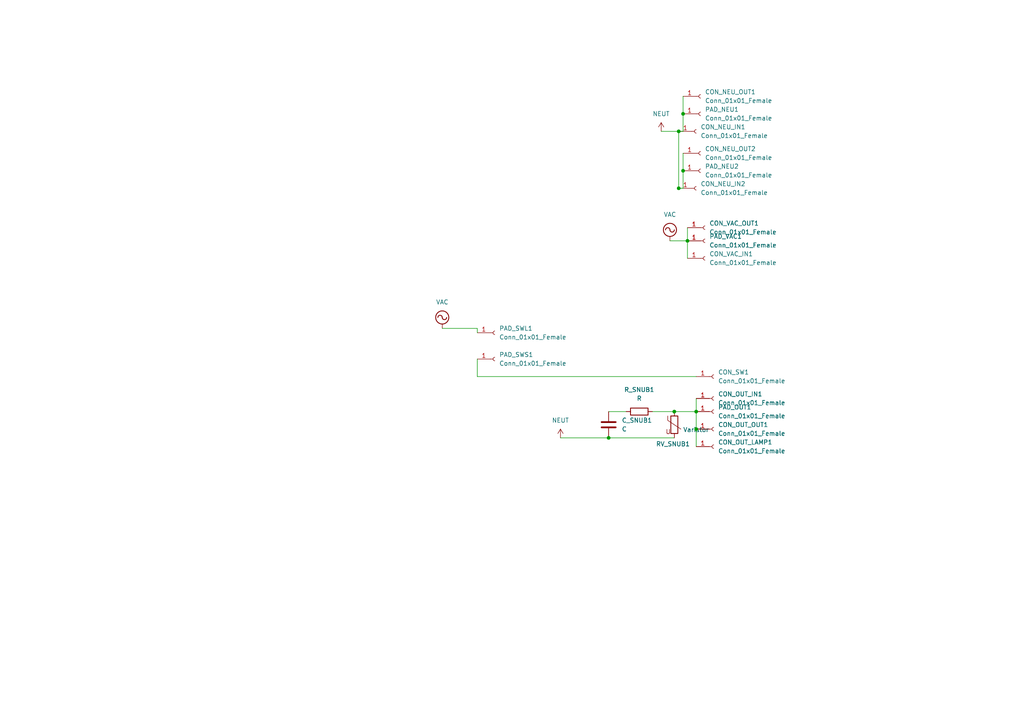
<source format=kicad_sch>
(kicad_sch (version 20231120) (generator "eeschema") (generator_version "8.0")
  (paper "A4")
  (lib_symbols
    (symbol "Connector:Conn_01x01_Female" (pin_names (offset 1.016) hide)
      (property "Reference" "J" (at 0 2.54 0))
      (property "Value" "Conn_01x01_Female" (at 0 -2.54 0))
      (symbol "Conn_01x01_Female_1_1"
        (polyline (pts (xy -1.27 0) (xy -0.508 0)) (stroke (width 0.1524)))
        (arc (start 0 0.508) (mid -0.5058 0) (end 0 -0.508) (stroke (width 0.1524)))
        (pin passive line (at -5.08 0 0) (length 3.81) (name "Pin_1") (number "1"))
      )
    )
    (symbol "Device:C" (pin_numbers hide) (pin_names (offset 0.254))
      (property "Reference" "C" (at 0.635 2.54 0))
      (property "Value" "C" (at 0.635 -2.54 0))
      (symbol "C_0_1"
        (polyline (pts (xy -2.032 -0.762) (xy 2.032 -0.762)) (stroke (width 0.508)))
        (polyline (pts (xy -2.032 0.762) (xy 2.032 0.762)) (stroke (width 0.508)))
      )
      (symbol "C_1_1"
        (pin passive line (at 0 3.81 270) (length 2.794) (name "~") (number "1"))
        (pin passive line (at 0 -3.81 90) (length 2.794) (name "~") (number "2"))
      )
    )
    (symbol "Device:R" (pin_numbers hide) (pin_names (offset 0))
      (property "Reference" "R" (at 2.032 0 90))
      (property "Value" "R" (at 0 0 90))
      (symbol "R_0_1"
        (rectangle (start -1.016 -2.54) (end 1.016 2.54) (stroke (width 0.254)))
      )
      (symbol "R_1_1"
        (pin passive line (at 0 3.81 270) (length 1.27) (name "~") (number "1"))
        (pin passive line (at 0 -3.81 90) (length 1.27) (name "~") (number "2"))
      )
    )
    (symbol "Device:Varistor" (pin_numbers hide) (pin_names (offset 0))
      (property "Reference" "RV" (at 3.175 0 90))
      (property "Value" "Varistor" (at -3.175 0 90))
      (symbol "Varistor_0_0"
        (text "U" (at -1.778 -2.032 0) (effects (font (size 1.27 1.27))))
      )
      (symbol "Varistor_0_1"
        (rectangle (start -1.016 -2.54) (end 1.016 2.54) (stroke (width 0.254)))
        (polyline (pts (xy -1.905 2.54) (xy -1.905 1.27) (xy 1.905 -1.27)))
      )
      (symbol "Varistor_1_1"
        (pin passive line (at 0 3.81 270) (length 1.27) (name "~") (number "1"))
        (pin passive line (at 0 -3.81 90) (length 1.27) (name "~") (number "2"))
      )
    )
    (symbol "power:NEUT" (power) (pin_names (offset 0))
      (property "Value" "NEUT" (at 0 3.81 0))
      (symbol "NEUT_0_1"
        (polyline (pts (xy -0.762 1.27) (xy 0 2.54)))
        (polyline (pts (xy 0 0) (xy 0 2.54)))
        (polyline (pts (xy 0 2.54) (xy 0.762 1.27)))
      )
      (symbol "NEUT_1_1"
        (pin power_in line (at 0 0 90) (length 0) hide (name "NEUT") (number "1"))
      )
    )
    (symbol "power:VAC" (power) (pin_names (offset 0))
      (property "Value" "VAC" (at 0 6.35 0))
      (symbol "VAC_0_1"
        (polyline (pts (xy 0 0) (xy 0 1.27)))
        (arc (start 0 3.175) (mid -0.635 3.8072) (end -1.27 3.175) (stroke (width 0.254)))
        (arc (start 0 3.175) (mid 0.635 2.5427) (end 1.27 3.175) (stroke (width 0.254)))
        (circle (center 0 3.175) (radius 1.905) (stroke (width 0.254)))
      )
      (symbol "VAC_1_1"
        (pin power_in line (at 0 0 90) (length 0) hide (name "VAC") (number "1"))
      )
    )
  )
  (junction (at 199.39 69.85))
  (junction (at 195.58 119.38))
  (junction (at 198.12 33.02))
  (junction (at 196.85 38.1))
  (junction (at 201.93 119.38))
  (junction (at 201.93 124.46))
  (junction (at 176.53 127))
  (junction (at 196.85 54.61))
  (junction (at 198.12 49.53))
  (wire (pts (xy 162.56 127) (xy 176.53 127)))
  (wire (pts (xy 198.12 54.61) (xy 196.85 54.61)))
  (wire (pts (xy 201.93 115.57) (xy 201.93 119.38)))
  (wire (pts (xy 195.58 119.38) (xy 201.93 119.38)))
  (wire (pts (xy 201.93 119.38) (xy 201.93 124.46)))
  (wire (pts (xy 198.12 44.45) (xy 198.12 49.53)))
  (wire (pts (xy 201.93 124.46) (xy 201.93 129.54)))
  (wire (pts (xy 176.53 127) (xy 195.58 127)))
  (wire (pts (xy 138.43 104.14) (xy 138.43 109.22)))
  (wire (pts (xy 194.31 69.85) (xy 199.39 69.85)))
  (wire (pts (xy 176.53 119.38) (xy 181.61 119.38)))
  (wire (pts (xy 196.85 38.1) (xy 196.85 54.61)))
  (wire (pts (xy 199.39 66.04) (xy 199.39 69.85)))
  (wire (pts (xy 198.12 33.02) (xy 198.12 38.1)))
  (wire (pts (xy 198.12 38.1) (xy 196.85 38.1)))
  (wire (pts (xy 198.12 27.94) (xy 198.12 33.02)))
  (wire (pts (xy 189.23 119.38) (xy 195.58 119.38)))
  (wire (pts (xy 138.43 95.25) (xy 138.43 96.52)))
  (wire (pts (xy 191.77 38.1) (xy 196.85 38.1)))
  (wire (pts (xy 198.12 49.53) (xy 198.12 54.61)))
  (wire (pts (xy 128.27 95.25) (xy 138.43 95.25)))
  (wire (pts (xy 138.43 109.22) (xy 201.93 109.22)))
  (wire (pts (xy 199.39 74.93) (xy 199.39 69.85)))
  (symbol (lib_id "power:NEUT") (at 191.77 38.1 0) (unit 1)
    (property "Reference" "#PWR04" (effects (hide yes)))
    (property "Value" "NEUT" (at 191.77 33.02 0))
    (property "Description" "Power symbol creates a global label with name \"NEUT\"" (effects (hide yes)))
  )
  (symbol (lib_id "Connector:Conn_01x01_Female") (at 201.93 38.1 0) (unit 1)
    (property "Reference" "CON_NEU_IN1" (at 203.2 36.8299 0) (effects (justify left)))
    (property "Value" "Conn_01x01_Female" (at 203.2 39.3699 0) (effects (justify left)))
    (property "Footprint" "Connector_Wire:SolderWire-0.75sqmm_1x01_D1.25mm_OD3.5mm" (effects (hide yes)))
    (property "Description" "Generic connector, single row, 01x01, script generated (kicad-library-utils/schlib/autogen/connector/)" (effects (hide yes)))
  )
  (symbol (lib_id "Connector:Conn_01x01_Female") (at 143.51 96.52 0) (unit 1)
    (property "Reference" "PAD_SWL1" (at 144.78 95.2499 0) (effects (justify left)))
    (property "Value" "Conn_01x01_Female" (at 144.78 97.7899 0) (effects (justify left)))
    (property "Footprint" "Connector_Wire:SolderWirePad_1x01_SMD_5x10mm" (effects (hide yes)))
    (property "Description" "Generic connector, single row, 01x01, script generated (kicad-library-utils/schlib/autogen/connector/)" (effects (hide yes)))
  )
  (symbol (lib_id "Connector:Conn_01x01_Female") (at 207.01 124.46 0) (unit 1)
    (property "Reference" "CON_OUT_OUT1" (at 208.28 123.1899 0) (effects (justify left)))
    (property "Value" "Conn_01x01_Female" (at 208.28 125.7299 0) (effects (justify left)))
    (property "Footprint" "Connector_Wire:SolderWire-0.75sqmm_1x01_D1.25mm_OD3.5mm" (effects (hide yes)))
    (property "Description" "Generic connector, single row, 01x01, script generated (kicad-library-utils/schlib/autogen/connector/)" (effects (hide yes)))
  )
  (symbol (lib_id "power:VAC") (at 128.27 95.25 0) (unit 1)
    (property "Reference" "#PWR01" (effects (hide yes)))
    (property "Value" "VAC" (at 128.27 87.63 0))
    (property "Description" "Power symbol creates a global label with name \"VAC\"" (effects (hide yes)))
  )
  (symbol (lib_id "Connector:Conn_01x01_Female") (at 203.2 27.94 0) (unit 1)
    (property "Reference" "CON_NEU_OUT1" (at 204.47 26.6699 0) (effects (justify left)))
    (property "Value" "Conn_01x01_Female" (at 204.47 29.2099 0) (effects (justify left)))
    (property "Footprint" "Connector_Wire:SolderWire-0.75sqmm_1x01_D1.25mm_OD3.5mm" (effects (hide yes)))
    (property "Description" "Generic connector, single row, 01x01, script generated (kicad-library-utils/schlib/autogen/connector/)" (effects (hide yes)))
  )
  (symbol (lib_id "Connector:Conn_01x01_Female") (at 204.47 74.93 0) (unit 1)
    (property "Reference" "CON_VAC_IN1" (at 205.74 73.6599 0) (effects (justify left)))
    (property "Value" "Conn_01x01_Female" (at 205.74 76.1999 0) (effects (justify left)))
    (property "Footprint" "Connector_Wire:SolderWire-0.75sqmm_1x01_D1.25mm_OD3.5mm" (effects (hide yes)))
    (property "Description" "Generic connector, single row, 01x01, script generated (kicad-library-utils/schlib/autogen/connector/)" (effects (hide yes)))
  )
  (symbol (lib_id "Connector:Conn_01x01_Female") (at 201.93 54.61 0) (unit 1)
    (property "Reference" "CON_NEU_IN2" (at 203.2 53.3399 0) (effects (justify left)))
    (property "Value" "Conn_01x01_Female" (at 203.2 55.8799 0) (effects (justify left)))
    (property "Footprint" "Connector_Wire:SolderWire-0.75sqmm_1x01_D1.25mm_OD3.5mm" (effects (hide yes)))
    (property "Description" "Generic connector, single row, 01x01, script generated (kicad-library-utils/schlib/autogen/connector/)" (effects (hide yes)))
  )
  (symbol (lib_id "Connector:Conn_01x01_Female") (at 207.01 119.38 0) (unit 1)
    (property "Reference" "PAD_OUT1" (at 208.28 118.1099 0) (effects (justify left)))
    (property "Value" "Conn_01x01_Female" (at 208.28 120.6499 0) (effects (justify left)))
    (property "Footprint" "Connector_Wire:SolderWirePad_1x01_SMD_5x10mm" (effects (hide yes)))
    (property "Description" "Generic connector, single row, 01x01, script generated (kicad-library-utils/schlib/autogen/connector/)" (effects (hide yes)))
  )
  (symbol (lib_id "Connector:Conn_01x01_Female") (at 203.2 33.02 0) (unit 1)
    (property "Reference" "PAD_NEU1" (at 204.47 31.7499 0) (effects (justify left)))
    (property "Value" "Conn_01x01_Female" (at 204.47 34.2899 0) (effects (justify left)))
    (property "Footprint" "Connector_Wire:SolderWirePad_1x01_SMD_5x10mm" (effects (hide yes)))
    (property "Description" "Generic connector, single row, 01x01, script generated (kicad-library-utils/schlib/autogen/connector/)" (effects (hide yes)))
  )
  (symbol (lib_id "Connector:Conn_01x01_Female") (at 203.2 49.53 0) (unit 1)
    (property "Reference" "PAD_NEU2" (at 204.47 48.2599 0) (effects (justify left)))
    (property "Value" "Conn_01x01_Female" (at 204.47 50.7999 0) (effects (justify left)))
    (property "Footprint" "Connector_Wire:SolderWirePad_1x01_SMD_5x10mm" (effects (hide yes)))
    (property "Description" "Generic connector, single row, 01x01, script generated (kicad-library-utils/schlib/autogen/connector/)" (effects (hide yes)))
  )
  (symbol (lib_id "Connector:Conn_01x01_Female") (at 204.47 69.85 0) (unit 1)
    (property "Reference" "PAD_VAC1" (at 205.74 68.5799 0) (effects (justify left)))
    (property "Value" "Conn_01x01_Female" (at 205.74 71.1199 0) (effects (justify left)))
    (property "Footprint" "Connector_Wire:SolderWirePad_1x01_SMD_5x10mm" (effects (hide yes)))
    (property "Description" "Generic connector, single row, 01x01, script generated (kicad-library-utils/schlib/autogen/connector/)" (effects (hide yes)))
  )
  (symbol (lib_id "Connector:Conn_01x01_Female") (at 204.47 66.04 0) (unit 1)
    (property "Reference" "CON_VAC_OUT1" (at 205.74 64.7699 0) (effects (justify left)))
    (property "Value" "Conn_01x01_Female" (at 205.74 67.3099 0) (effects (justify left)))
    (property "Footprint" "Connector_Wire:SolderWire-0.75sqmm_1x01_D1.25mm_OD3.5mm" (effects (hide yes)))
    (property "Description" "Generic connector, single row, 01x01, script generated (kicad-library-utils/schlib/autogen/connector/)" (effects (hide yes)))
  )
  (symbol (lib_id "Connector:Conn_01x01_Female") (at 207.01 109.22 0) (unit 1)
    (property "Reference" "CON_SW1" (at 208.28 107.9499 0) (effects (justify left)))
    (property "Value" "Conn_01x01_Female" (at 208.28 110.4899 0) (effects (justify left)))
    (property "Footprint" "Connector_PinHeader_2.54mm:PinHeader_1x01_P2.54mm_Vertical" (effects (hide yes)))
    (property "Description" "Generic connector, single row, 01x01, script generated (kicad-library-utils/schlib/autogen/connector/)" (effects (hide yes)))
  )
  (symbol (lib_id "Connector:Conn_01x01_Female") (at 203.2 44.45 0) (unit 1)
    (property "Reference" "CON_NEU_OUT2" (at 204.47 43.1799 0) (effects (justify left)))
    (property "Value" "Conn_01x01_Female" (at 204.47 45.7199 0) (effects (justify left)))
    (property "Footprint" "Connector_Wire:SolderWire-0.75sqmm_1x01_D1.25mm_OD3.5mm" (effects (hide yes)))
    (property "Description" "Generic connector, single row, 01x01, script generated (kicad-library-utils/schlib/autogen/connector/)" (effects (hide yes)))
  )
  (symbol (lib_id "Connector:Conn_01x01_Female") (at 207.01 115.57 0) (unit 1)
    (property "Reference" "CON_OUT_IN1" (at 208.28 114.2999 0) (effects (justify left)))
    (property "Value" "Conn_01x01_Female" (at 208.28 116.8399 0) (effects (justify left)))
    (property "Footprint" "Connector_Wire:SolderWire-0.75sqmm_1x01_D1.25mm_OD3.5mm" (effects (hide yes)))
    (property "Description" "Generic connector, single row, 01x01, script generated (kicad-library-utils/schlib/autogen/connector/)" (effects (hide yes)))
  )
  (symbol (lib_id "Device:C") (at 176.53 123.19 0) (unit 1)
    (property "Reference" "C_SNUB1" (at 180.34 121.9199 0) (effects (justify left)))
    (property "Value" "C" (at 180.34 124.4599 0) (effects (justify left)))
    (property "Footprint" "Capacitor_THT:CP_Axial_L10.0mm_D6.0mm_P15.00mm_Horizontal" (effects (hide yes)))
    (property "Description" "Unpolarized capacitor" (effects (hide yes)))
  )
  (symbol (lib_id "Connector:Conn_01x01_Female") (at 207.01 129.54 0) (unit 1)
    (property "Reference" "CON_OUT_LAMP1" (at 208.28 128.2699 0) (effects (justify left)))
    (property "Value" "Conn_01x01_Female" (at 208.28 130.8099 0) (effects (justify left)))
    (property "Footprint" "Connector_Wire:SolderWire-0.75sqmm_1x01_D1.25mm_OD3.5mm" (effects (hide yes)))
    (property "Description" "Generic connector, single row, 01x01, script generated (kicad-library-utils/schlib/autogen/connector/)" (effects (hide yes)))
  )
  (symbol (lib_id "Device:R") (at 185.42 119.38 270) (unit 1)
    (property "Reference" "R_SNUB1" (at 185.42 113.03 90))
    (property "Value" "R" (at 185.42 115.57 90))
    (property "Footprint" "Resistor_THT:R_Axial_DIN0617_L17.0mm_D6.0mm_P20.32mm_Horizontal" (effects (hide yes)))
    (property "Description" "Resistor" (effects (hide yes)))
  )
  (symbol (lib_id "power:VAC") (at 194.31 69.85 0) (unit 1)
    (property "Reference" "#PWR05" (effects (hide yes)))
    (property "Value" "VAC" (at 194.31 62.23 0))
    (property "Description" "Power symbol creates a global label with name \"VAC\"" (effects (hide yes)))
  )
  (symbol (lib_id "power:NEUT") (at 162.56 127 0) (unit 1)
    (property "Reference" "#PWR02" (effects (hide yes)))
    (property "Value" "NEUT" (at 162.56 121.92 0))
    (property "Description" "Power symbol creates a global label with name \"NEUT\"" (effects (hide yes)))
  )
  (symbol (lib_id "Device:Varistor") (at 195.58 123.19 0) (unit 1)
    (property "Reference" "RV_SNUB1" (at 190.246 128.778 0) (effects (justify left)))
    (property "Value" "Varistor" (at 198.12 124.6532 0) (effects (justify left)))
    (property "Footprint" "Varistor:RV_Disc_D12mm_W3.9mm_P7.5mm" (effects (hide yes)))
    (property "Description" "Voltage dependent resistor" (effects (hide yes)))
  )
  (symbol (lib_id "Connector:Conn_01x01_Female") (at 143.51 104.14 0) (unit 1)
    (property "Reference" "PAD_SWS1" (at 144.78 102.8699 0) (effects (justify left)))
    (property "Value" "Conn_01x01_Female" (at 144.78 105.4099 0) (effects (justify left)))
    (property "Footprint" "Connector_Wire:SolderWirePad_1x01_SMD_5x10mm" (effects (hide yes)))
    (property "Description" "Generic connector, single row, 01x01, script generated (kicad-library-utils/schlib/autogen/connector/)" (effects (hide yes)))
  )
)
</source>
